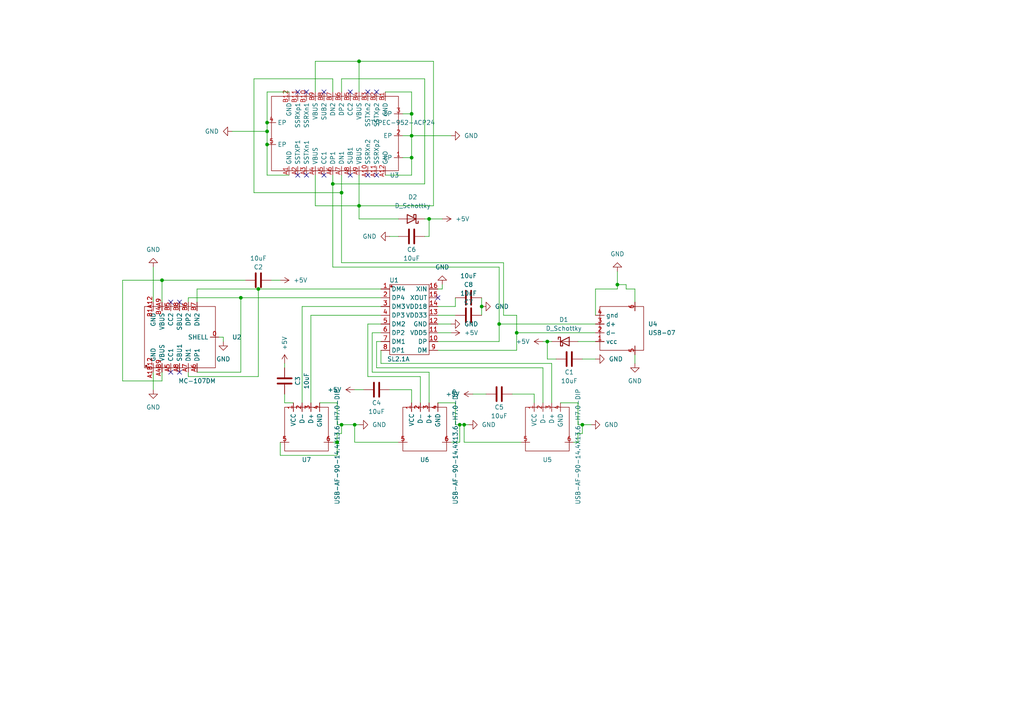
<source format=kicad_sch>
(kicad_sch (version 20230121) (generator eeschema)
  (paper "A4")
  (lib_symbols
    (symbol "Device:C" (pin_numbers hide) (pin_names (offset 0.254))
      (property "Reference" "C" (at 0.635 2.54 0))
      (property "Value" "C" (at 0.635 -2.54 0))
      (symbol "C_0_1"
        (polyline (pts (xy -2.032 -0.762) (xy 2.032 -0.762)) (stroke (width 0.508)))
        (polyline (pts (xy -2.032 0.762) (xy 2.032 0.762)) (stroke (width 0.508)))
      )
      (symbol "C_1_1"
        (pin passive line (at 0 3.81 270) (length 2.794) (name "~") (number "1"))
        (pin passive line (at 0 -3.81 90) (length 2.794) (name "~") (number "2"))
      )
    )
    (symbol "Device:D_Schottky" (pin_numbers hide) (pin_names (offset 1.016) hide)
      (property "Reference" "D" (at 0 2.54 0))
      (property "Value" "D_Schottky" (at 0 -2.54 0))
      (symbol "D_Schottky_0_1"
        (polyline (pts (xy 1.27 0) (xy -1.27 0)))
        (polyline (pts (xy 1.27 1.27) (xy 1.27 -1.27) (xy -1.27 0) (xy 1.27 1.27)) (stroke (width 0.254)))
        (polyline (pts (xy -1.905 0.635) (xy -1.905 1.27) (xy -1.27 1.27) (xy -1.27 -1.27) (xy -0.635 -1.27) (xy -0.635 -0.635)) (stroke (width 0.254)))
      )
      (symbol "D_Schottky_1_1"
        (pin passive line (at -3.81 0 0) (length 2.54) (name "K") (number "1"))
        (pin passive line (at 3.81 0 180) (length 2.54) (name "A") (number "2"))
      )
    )
    (symbol "power:+5V" (power) (pin_names (offset 0))
      (property "Value" "+5V" (at 0 3.556 0))
      (symbol "+5V_0_1"
        (polyline (pts (xy -0.762 1.27) (xy 0 2.54)))
        (polyline (pts (xy 0 0) (xy 0 2.54)))
        (polyline (pts (xy 0 2.54) (xy 0.762 1.27)))
      )
      (symbol "+5V_1_1"
        (pin power_in line (at 0 0 90) (length 0) hide (name "+5V") (number "1"))
      )
    )
    (symbol "power:GND" (power) (pin_names (offset 0))
      (property "Value" "GND" (at 0 -3.81 0))
      (symbol "GND_0_1"
        (polyline (pts (xy 0 0) (xy 0 -1.27) (xy 1.27 -1.27) (xy 0 -2.54) (xy -1.27 -1.27) (xy 0 -1.27)))
      )
      (symbol "GND_1_1"
        (pin power_in line (at 0 0 270) (length 0) hide (name "GND") (number "1"))
      )
    )
    (symbol "usbhub:MC-107DM"
      (property "Reference" "U" (at 0 0 0))
      (symbol "MC-107DM_0_1"
        (rectangle (start 1.27 16.51) (end 19.05 -4.064))
      )
      (symbol "MC-107DM_1_1"
        (circle (center 1.778 16.002) (radius 0.254) (fill (type outline)))
        (pin bidirectional line (at 10.16 -5.08 90) (length 2.54) (name "SHELL") (number "0"))
        (pin bidirectional line (at 0 13.97 0) (length 2.54) (name "GND") (number "A1B12"))
        (pin bidirectional line (at 0 11.43 0) (length 2.54) (name "VBUS") (number "A4B9"))
        (pin bidirectional line (at 0 8.89 0) (length 2.54) (name "CC1") (number "A5"))
        (pin bidirectional line (at 0 1.27 0) (length 2.54) (name "DP1") (number "A6"))
        (pin bidirectional line (at 0 3.81 0) (length 2.54) (name "DN1") (number "A7"))
        (pin bidirectional line (at 0 6.35 0) (length 2.54) (name "SBU1") (number "A8"))
        (pin bidirectional line (at 20.32 13.97 180) (length 2.54) (name "GND") (number "B1A12"))
        (pin bidirectional line (at 20.32 11.43 180) (length 2.54) (name "VBUS") (number "B4A9"))
        (pin bidirectional line (at 20.32 8.89 180) (length 2.54) (name "CC2") (number "B5"))
        (pin bidirectional line (at 20.32 3.81 180) (length 2.54) (name "DP2") (number "B6"))
        (pin bidirectional line (at 20.32 1.27 180) (length 2.54) (name "DN2") (number "B7"))
        (pin bidirectional line (at 20.32 6.35 180) (length 2.54) (name "SBU2") (number "B8"))
      )
    )
    (symbol "usbhub:SL2.1A"
      (property "Reference" "U" (at 0.762 17.526 0))
      (symbol "SL2.1A_0_1"
        (rectangle (start 0 16.51) (end 11.43 -3.81))
      )
      (symbol "SL2.1A_1_1"
        (circle (center 0.508 16.002) (radius 0.254) (fill (type outline)))
        (pin bidirectional line (at -2.54 15.24 0) (length 2.54) (name "DM4") (number "1"))
        (pin bidirectional line (at 13.97 0 180) (length 2.54) (name "DP") (number "10"))
        (pin input line (at 13.97 2.54 180) (length 2.54) (name "VDD5") (number "11"))
        (pin input line (at 13.97 5.08 180) (length 2.54) (name "GND") (number "12"))
        (pin input line (at 13.97 7.62 180) (length 2.54) (name "VDD33") (number "13"))
        (pin input line (at 13.97 10.16 180) (length 2.54) (name "VDD18") (number "14"))
        (pin bidirectional line (at 13.97 12.7 180) (length 2.54) (name "XOUT") (number "15"))
        (pin bidirectional line (at 13.97 15.24 180) (length 2.54) (name "XIN") (number "16"))
        (pin bidirectional line (at -2.54 12.7 0) (length 2.54) (name "DP4") (number "2"))
        (pin bidirectional line (at -2.54 10.16 0) (length 2.54) (name "DM3") (number "3"))
        (pin bidirectional line (at -2.54 7.62 0) (length 2.54) (name "DP3") (number "4"))
        (pin bidirectional line (at -2.54 5.08 0) (length 2.54) (name "DM2") (number "5"))
        (pin bidirectional line (at -2.54 2.54 0) (length 2.54) (name "DP2") (number "6"))
        (pin bidirectional line (at -2.54 0 0) (length 2.54) (name "DM1") (number "7"))
        (pin bidirectional line (at -2.54 -2.54 0) (length 2.54) (name "DP1") (number "8"))
        (pin bidirectional line (at 13.97 -2.54 180) (length 2.54) (name "DM") (number "9"))
      )
    )
    (symbol "usbhub:TYPEC-952-ACP24"
      (property "Reference" "U" (at 0 0 0))
      (symbol "TYPEC-952-ACP24_0_1"
        (rectangle (start 1.27 38.1) (end 22.86 1.27))
      )
      (symbol "TYPEC-952-ACP24_1_1"
        (pin bidirectional line (at 5.08 0 90) (length 2.54) (name "EP") (number "1"))
        (pin bidirectional line (at 11.43 0 90) (length 2.54) (name "EP") (number "2"))
        (pin bidirectional line (at 17.78 0 90) (length 2.54) (name "EP") (number "3"))
        (pin bidirectional line (at 15.24 39.37 270) (length 2.54) (name "EP") (number "4"))
        (pin bidirectional line (at 8.89 39.37 270) (length 2.54) (name "EP") (number "5"))
        (pin bidirectional line (at 0 33.02 0) (length 2.54) (name "GND") (number "A1"))
        (pin bidirectional line (at 0 10.16 0) (length 2.54) (name "SSRXn2") (number "A10"))
        (pin bidirectional line (at 0 7.62 0) (length 2.54) (name "SSRXp2") (number "A11"))
        (pin bidirectional line (at 0 5.08 0) (length 2.54) (name "GND") (number "A12"))
        (pin bidirectional line (at 0 30.48 0) (length 2.54) (name "SSTXP1") (number "A2"))
        (pin bidirectional line (at 0 27.94 0) (length 2.54) (name "SSTXn1") (number "A3"))
        (pin bidirectional line (at 0 25.4 0) (length 2.54) (name "VBUS") (number "A4"))
        (pin bidirectional line (at 0 22.86 0) (length 2.54) (name "CC1") (number "A5"))
        (pin bidirectional line (at 0 20.32 0) (length 2.54) (name "DP1") (number "A6"))
        (pin bidirectional line (at 0 17.78 0) (length 2.54) (name "DN1") (number "A7"))
        (pin bidirectional line (at 0 15.24 0) (length 2.54) (name "SUB1") (number "A8"))
        (pin bidirectional line (at 0 12.7 0) (length 2.54) (name "VBUS") (number "A9"))
        (pin bidirectional line (at 24.13 5.08 180) (length 2.54) (name "GND") (number "B1"))
        (pin bidirectional line (at 24.13 27.94 180) (length 2.54) (name "SSRXn1") (number "B10"))
        (pin bidirectional line (at 24.13 30.48 180) (length 2.54) (name "SSRXp1") (number "B11"))
        (pin bidirectional line (at 24.13 33.02 180) (length 2.54) (name "GND") (number "B12"))
        (pin bidirectional line (at 24.13 7.62 180) (length 2.54) (name "SSTXp2") (number "B2"))
        (pin bidirectional line (at 24.13 10.16 180) (length 2.54) (name "SSTXn2") (number "B3"))
        (pin bidirectional line (at 24.13 12.7 180) (length 2.54) (name "VBUS") (number "B4"))
        (pin bidirectional line (at 24.13 15.24 180) (length 2.54) (name "CC2") (number "B5"))
        (pin bidirectional line (at 24.13 17.78 180) (length 2.54) (name "DP2") (number "B6"))
        (pin bidirectional line (at 24.13 20.32 180) (length 2.54) (name "DN2") (number "B7"))
        (pin bidirectional line (at 24.13 22.86 180) (length 2.54) (name "SUB2") (number "B8"))
        (pin bidirectional line (at 24.13 25.4 180) (length 2.54) (name "VBUS") (number "B9"))
      )
    )
    (symbol "usbhub:USB-07"
      (property "Reference" "U" (at 0 0 0))
      (symbol "USB-07_0_1"
        (rectangle (start 11.43 15.24) (end -1.27 2.54))
      )
      (symbol "USB-07_1_1"
        (pin bidirectional line (at 12.7 12.7 180) (length 2.54) (name "vcc") (number "1"))
        (pin bidirectional line (at 12.7 10.16 180) (length 2.54) (name "d-") (number "2"))
        (pin bidirectional line (at 12.7 7.62 180) (length 2.54) (name "d+") (number "3"))
        (pin bidirectional line (at 12.7 5.08 180) (length 2.54) (name "gnd") (number "4"))
        (pin bidirectional line (at 1.27 16.51 270) (length 2.54) (name "") (number "5"))
        (pin bidirectional line (at 1.27 1.27 90) (length 2.54) (name "") (number "6"))
      )
    )
    (symbol "usbhub:USB-AF-90-14.4X13.6-H7.0-DIP"
      (property "Reference" "U" (at 0 0 0))
      (symbol "USB-AF-90-14.4X13.6-H7.0-DIP_0_1"
        (rectangle (start 11.43 15.24) (end -1.27 2.54))
      )
      (symbol "USB-AF-90-14.4X13.6-H7.0-DIP_1_1"
        (pin bidirectional line (at 12.7 12.7 180) (length 2.54) (name "VCC") (number "1"))
        (pin bidirectional line (at 12.7 10.16 180) (length 2.54) (name "D-") (number "2"))
        (pin bidirectional line (at 12.7 7.62 180) (length 2.54) (name "D+") (number "3"))
        (pin bidirectional line (at 12.7 5.08 180) (length 2.54) (name "GND") (number "4"))
        (pin bidirectional line (at 1.27 16.51 270) (length 2.54) (name "") (number "5"))
        (pin bidirectional line (at 1.27 1.27 90) (length 2.54) (name "") (number "6"))
      )
    )
  )
  (junction (at 119.38 39.37))
  (junction (at 97.79 128.27))
  (junction (at 74.93 83.82))
  (junction (at 77.47 41.91))
  (junction (at 133.35 123.19))
  (junction (at 104.14 59.69))
  (junction (at 124.46 63.5))
  (junction (at 134.62 123.19))
  (junction (at 46.99 81.28))
  (junction (at 139.7 88.9))
  (junction (at 119.38 33.02))
  (junction (at 104.14 17.78))
  (junction (at 99.06 123.19))
  (junction (at 119.38 45.72))
  (junction (at 102.87 123.19))
  (junction (at 77.47 38.1))
  (junction (at 179.07 82.55))
  (junction (at 99.06 55.88))
  (junction (at 96.52 53.34))
  (junction (at 158.75 99.06))
  (junction (at 149.86 96.52))
  (junction (at 168.91 123.19))
  (junction (at 144.78 93.98))
  (junction (at 69.85 86.36))
  (junction (at 77.47 35.56))
  (no_connect (at 52.07 87.63))
  (no_connect (at 109.22 50.8))
  (no_connect (at 101.6 26.67))
  (no_connect (at 93.98 50.8))
  (no_connect (at 106.68 50.8))
  (no_connect (at 52.07 107.95))
  (no_connect (at 93.98 26.67))
  (no_connect (at 49.53 87.63))
  (no_connect (at 49.53 107.95))
  (no_connect (at 101.6 50.8))
  (no_connect (at 106.68 26.67))
  (no_connect (at 86.36 50.8))
  (no_connect (at 88.9 50.8))
  (no_connect (at 109.22 26.67))
  (no_connect (at 127 86.36))
  (no_connect (at 88.9 26.67))
  (no_connect (at 86.36 26.67))
  (wire (pts (xy 99.06 125.73) (xy 99.06 123.19)))
  (wire (pts (xy 149.86 91.44) (xy 146.05 91.44)))
  (wire (pts (xy 127 83.82) (xy 128.27 83.82)))
  (wire (pts (xy 123.19 53.34) (xy 96.52 53.34)))
  (wire (pts (xy 92.71 116.84) (xy 97.79 116.84)))
  (wire (pts (xy 160.02 105.41) (xy 160.02 116.84)))
  (wire (pts (xy 91.44 59.69) (xy 104.14 59.69)))
  (wire (pts (xy 167.64 116.84) (xy 162.56 116.84)))
  (wire (pts (xy 127 96.52) (xy 130.81 96.52)))
  (wire (pts (xy 119.38 39.37) (xy 130.81 39.37)))
  (wire (pts (xy 111.76 26.67) (xy 119.38 26.67)))
  (wire (pts (xy 99.06 50.8) (xy 99.06 55.88)))
  (wire (pts (xy 97.79 128.27) (xy 97.79 125.73)))
  (wire (pts (xy 132.08 116.84) (xy 132.08 123.19)))
  (wire (pts (xy 167.64 125.73) (xy 167.64 128.27)))
  (wire (pts (xy 124.46 68.58) (xy 123.19 68.58)))
  (wire (pts (xy 167.64 123.19) (xy 168.91 123.19)))
  (wire (pts (xy 57.15 83.82) (xy 74.93 83.82)))
  (wire (pts (xy 110.49 93.98) (xy 106.68 93.98)))
  (wire (pts (xy 149.86 96.52) (xy 149.86 101.6)))
  (wire (pts (xy 181.61 83.82) (xy 184.15 83.82)))
  (wire (pts (xy 119.38 33.02) (xy 116.84 33.02)))
  (wire (pts (xy 167.64 128.27) (xy 166.37 128.27)))
  (wire (pts (xy 46.99 81.28) (xy 71.12 81.28)))
  (wire (pts (xy 167.64 125.73) (xy 168.91 125.73)))
  (wire (pts (xy 181.61 83.82) (xy 181.61 82.55)))
  (wire (pts (xy 91.44 50.8) (xy 91.44 59.69)))
  (wire (pts (xy 132.08 88.9) (xy 132.08 86.36)))
  (wire (pts (xy 119.38 39.37) (xy 119.38 45.72)))
  (wire (pts (xy 104.14 50.8) (xy 104.14 59.69)))
  (wire (pts (xy 96.52 53.34) (xy 96.52 77.47)))
  (wire (pts (xy 99.06 76.2) (xy 146.05 76.2)))
  (wire (pts (xy 123.19 22.86) (xy 123.19 53.34)))
  (wire (pts (xy 46.99 110.49) (xy 35.56 110.49)))
  (wire (pts (xy 83.82 50.8) (xy 77.47 50.8)))
  (wire (pts (xy 144.78 93.98) (xy 172.72 93.98)))
  (wire (pts (xy 99.06 123.19) (xy 102.87 123.19)))
  (wire (pts (xy 97.79 116.84) (xy 97.79 123.19)))
  (wire (pts (xy 124.46 63.5) (xy 124.46 68.58)))
  (wire (pts (xy 44.45 107.95) (xy 44.45 113.03)))
  (wire (pts (xy 97.79 132.08) (xy 97.79 128.27)))
  (wire (pts (xy 157.48 106.68) (xy 157.48 116.84)))
  (wire (pts (xy 96.52 22.86) (xy 73.66 22.86)))
  (wire (pts (xy 90.17 91.44) (xy 90.17 116.84)))
  (wire (pts (xy 81.28 81.28) (xy 78.74 81.28)))
  (wire (pts (xy 91.44 17.78) (xy 104.14 17.78)))
  (wire (pts (xy 115.57 128.27) (xy 102.87 128.27)))
  (wire (pts (xy 119.38 45.72) (xy 116.84 45.72)))
  (wire (pts (xy 157.48 99.06) (xy 158.75 99.06)))
  (wire (pts (xy 127 88.9) (xy 132.08 88.9)))
  (wire (pts (xy 81.28 128.27) (xy 81.28 132.08)))
  (wire (pts (xy 46.99 107.95) (xy 46.99 110.49)))
  (wire (pts (xy 104.14 17.78) (xy 104.14 26.67)))
  (wire (pts (xy 127 116.84) (xy 132.08 116.84)))
  (wire (pts (xy 158.75 99.06) (xy 160.02 99.06)))
  (wire (pts (xy 69.85 86.36) (xy 69.85 107.95)))
  (wire (pts (xy 149.86 101.6) (xy 127 101.6)))
  (wire (pts (xy 96.52 26.67) (xy 96.52 22.86)))
  (wire (pts (xy 134.62 128.27) (xy 134.62 123.19)))
  (wire (pts (xy 104.14 63.5) (xy 115.57 63.5)))
  (wire (pts (xy 149.86 96.52) (xy 172.72 96.52)))
  (wire (pts (xy 139.7 88.9) (xy 139.7 91.44)))
  (wire (pts (xy 144.78 99.06) (xy 144.78 93.98)))
  (wire (pts (xy 44.45 77.47) (xy 44.45 87.63)))
  (wire (pts (xy 64.77 97.79) (xy 64.77 99.06)))
  (wire (pts (xy 106.68 93.98) (xy 106.68 109.22)))
  (wire (pts (xy 116.84 39.37) (xy 119.38 39.37)))
  (wire (pts (xy 172.72 83.82) (xy 179.07 83.82)))
  (wire (pts (xy 154.94 114.3) (xy 148.59 114.3)))
  (wire (pts (xy 184.15 102.87) (xy 184.15 105.41)))
  (wire (pts (xy 54.61 86.36) (xy 54.61 87.63)))
  (wire (pts (xy 149.86 96.52) (xy 149.86 91.44)))
  (wire (pts (xy 109.22 99.06) (xy 109.22 106.68)))
  (wire (pts (xy 132.08 123.19) (xy 133.35 123.19)))
  (wire (pts (xy 167.64 99.06) (xy 172.72 99.06)))
  (wire (pts (xy 77.47 38.1) (xy 67.31 38.1)))
  (wire (pts (xy 110.49 96.52) (xy 107.95 96.52)))
  (wire (pts (xy 137.16 114.3) (xy 140.97 114.3)))
  (wire (pts (xy 63.5 97.79) (xy 64.77 97.79)))
  (wire (pts (xy 35.56 110.49) (xy 35.56 81.28)))
  (wire (pts (xy 74.93 83.82) (xy 110.49 83.82)))
  (wire (pts (xy 130.81 128.27) (xy 133.35 128.27)))
  (wire (pts (xy 104.14 17.78) (xy 125.73 17.78)))
  (wire (pts (xy 181.61 82.55) (xy 179.07 82.55)))
  (wire (pts (xy 57.15 83.82) (xy 57.15 87.63)))
  (wire (pts (xy 110.49 99.06) (xy 109.22 99.06)))
  (wire (pts (xy 96.52 128.27) (xy 97.79 128.27)))
  (wire (pts (xy 102.87 128.27) (xy 102.87 123.19)))
  (wire (pts (xy 179.07 78.74) (xy 179.07 82.55)))
  (wire (pts (xy 168.91 123.19) (xy 171.45 123.19)))
  (wire (pts (xy 110.49 91.44) (xy 90.17 91.44)))
  (wire (pts (xy 77.47 26.67) (xy 77.47 35.56)))
  (wire (pts (xy 133.35 128.27) (xy 133.35 123.19)))
  (wire (pts (xy 154.94 116.84) (xy 154.94 114.3)))
  (wire (pts (xy 97.79 123.19) (xy 99.06 123.19)))
  (wire (pts (xy 107.95 96.52) (xy 107.95 107.95)))
  (wire (pts (xy 123.19 63.5) (xy 124.46 63.5)))
  (wire (pts (xy 158.75 99.06) (xy 158.75 104.14)))
  (wire (pts (xy 74.93 109.22) (xy 54.61 109.22)))
  (wire (pts (xy 133.35 123.19) (xy 134.62 123.19)))
  (wire (pts (xy 96.52 50.8) (xy 96.52 53.34)))
  (wire (pts (xy 73.66 55.88) (xy 99.06 55.88)))
  (wire (pts (xy 96.52 77.47) (xy 144.78 77.47)))
  (wire (pts (xy 77.47 50.8) (xy 77.47 41.91)))
  (wire (pts (xy 77.47 35.56) (xy 77.47 38.1)))
  (wire (pts (xy 167.64 123.19) (xy 167.64 116.84)))
  (wire (pts (xy 119.38 26.67) (xy 119.38 33.02)))
  (wire (pts (xy 35.56 81.28) (xy 46.99 81.28)))
  (wire (pts (xy 73.66 22.86) (xy 73.66 55.88)))
  (wire (pts (xy 69.85 86.36) (xy 110.49 86.36)))
  (wire (pts (xy 168.91 104.14) (xy 172.72 104.14)))
  (wire (pts (xy 184.15 83.82) (xy 184.15 87.63)))
  (wire (pts (xy 74.93 83.82) (xy 74.93 109.22)))
  (wire (pts (xy 121.92 109.22) (xy 121.92 116.84)))
  (wire (pts (xy 124.46 63.5) (xy 128.27 63.5)))
  (wire (pts (xy 102.87 113.03) (xy 105.41 113.03)))
  (wire (pts (xy 99.06 26.67) (xy 99.06 22.86)))
  (wire (pts (xy 125.73 59.69) (xy 104.14 59.69)))
  (wire (pts (xy 97.79 125.73) (xy 99.06 125.73)))
  (wire (pts (xy 99.06 22.86) (xy 123.19 22.86)))
  (wire (pts (xy 124.46 107.95) (xy 124.46 116.84)))
  (wire (pts (xy 77.47 38.1) (xy 77.47 41.91)))
  (wire (pts (xy 54.61 109.22) (xy 54.61 107.95)))
  (wire (pts (xy 82.55 114.3) (xy 82.55 116.84)))
  (wire (pts (xy 139.7 86.36) (xy 139.7 88.9)))
  (wire (pts (xy 104.14 59.69) (xy 104.14 63.5)))
  (wire (pts (xy 107.95 107.95) (xy 124.46 107.95)))
  (wire (pts (xy 81.28 132.08) (xy 97.79 132.08)))
  (wire (pts (xy 119.38 113.03) (xy 113.03 113.03)))
  (wire (pts (xy 69.85 107.95) (xy 57.15 107.95)))
  (wire (pts (xy 127 91.44) (xy 132.08 91.44)))
  (wire (pts (xy 146.05 76.2) (xy 146.05 91.44)))
  (wire (pts (xy 151.13 128.27) (xy 134.62 128.27)))
  (wire (pts (xy 111.76 50.8) (xy 119.38 50.8)))
  (wire (pts (xy 168.91 125.73) (xy 168.91 123.19)))
  (wire (pts (xy 109.22 106.68) (xy 157.48 106.68)))
  (wire (pts (xy 87.63 88.9) (xy 87.63 116.84)))
  (wire (pts (xy 125.73 17.78) (xy 125.73 59.69)))
  (wire (pts (xy 119.38 33.02) (xy 119.38 39.37)))
  (wire (pts (xy 134.62 123.19) (xy 135.89 123.19)))
  (wire (pts (xy 119.38 50.8) (xy 119.38 45.72)))
  (wire (pts (xy 106.68 109.22) (xy 121.92 109.22)))
  (wire (pts (xy 82.55 116.84) (xy 85.09 116.84)))
  (wire (pts (xy 127 93.98) (xy 130.81 93.98)))
  (wire (pts (xy 113.03 68.58) (xy 115.57 68.58)))
  (wire (pts (xy 82.55 105.41) (xy 82.55 106.68)))
  (wire (pts (xy 110.49 101.6) (xy 110.49 105.41)))
  (wire (pts (xy 119.38 113.03) (xy 119.38 116.84)))
  (wire (pts (xy 172.72 91.44) (xy 172.72 83.82)))
  (wire (pts (xy 99.06 55.88) (xy 99.06 76.2)))
  (wire (pts (xy 83.82 26.67) (xy 77.47 26.67)))
  (wire (pts (xy 91.44 26.67) (xy 91.44 17.78)))
  (wire (pts (xy 104.14 123.19) (xy 102.87 123.19)))
  (wire (pts (xy 144.78 77.47) (xy 144.78 93.98)))
  (wire (pts (xy 54.61 86.36) (xy 69.85 86.36)))
  (wire (pts (xy 46.99 81.28) (xy 46.99 87.63)))
  (wire (pts (xy 144.78 99.06) (xy 127 99.06)))
  (wire (pts (xy 110.49 88.9) (xy 87.63 88.9)))
  (wire (pts (xy 110.49 105.41) (xy 160.02 105.41)))
  (wire (pts (xy 128.27 83.82) (xy 128.27 82.55)))
  (wire (pts (xy 179.07 82.55) (xy 179.07 83.82)))
  (wire (pts (xy 158.75 104.14) (xy 161.29 104.14)))
  (symbol (lib_id "Device:C") (at 144.78 114.3 270) (unit 1)
    (property "Reference" "C5" (at 144.78 118.11 90))
    (property "Value" "10uF" (at 144.78 120.65 90))
    (property "Footprint" "usbhub:C0603" (effects hide))
    (property "LCSC Part #" "C19702" (effects hide))
  )
  (symbol (lib_id "power:GND") (at 104.14 123.19 90) (unit 1)
    (property "Reference" "#PWR07" (effects hide))
    (property "Value" "GND" (at 107.95 123.19 90) (effects (justify right)))
  )
  (symbol (lib_id "Device:C") (at 109.22 113.03 270) (unit 1)
    (property "Reference" "C4" (at 109.22 116.84 90))
    (property "Value" "10uF" (at 109.22 119.38 90))
    (property "Footprint" "usbhub:C0603" (effects hide))
    (property "LCSC Part #" "C19702" (effects hide))
  )
  (symbol (lib_id "Device:C") (at 119.38 68.58 270) (unit 1)
    (property "Reference" "C6" (at 119.38 72.39 90))
    (property "Value" "10uF" (at 119.38 74.93 90))
    (property "Footprint" "usbhub:C0603" (effects hide))
    (property "LCSC Part #" "C19702" (effects hide))
  )
  (symbol (lib_id "power:+5V") (at 102.87 113.03 90) (unit 1)
    (property "Reference" "#PWR013" (effects hide))
    (property "Value" "+5V" (at 99.06 113.03 90) (effects (justify left)))
  )
  (symbol (lib_id "Device:C") (at 82.55 110.49 0) (unit 1)
    (property "Reference" "C3" (at 86.36 110.49 90))
    (property "Value" "10uF" (at 88.9 110.49 90))
    (property "Footprint" "usbhub:C0603" (effects hide))
    (property "LCSC Part #" "C19702" (effects hide))
  )
  (symbol (lib_id "power:GND") (at 128.27 82.55 180) (unit 1)
    (property "Reference" "#PWR018" (effects hide))
    (property "Value" "GND" (at 128.27 77.47 0))
  )
  (symbol (lib_id "power:GND") (at 130.81 93.98 90) (unit 1)
    (property "Reference" "#PWR04" (effects hide))
    (property "Value" "GND" (at 134.62 93.98 90) (effects (justify right)))
  )
  (symbol (lib_id "power:GND") (at 113.03 68.58 270) (unit 1)
    (property "Reference" "#PWR016" (effects hide))
    (property "Value" "GND" (at 109.22 68.58 90) (effects (justify right)))
  )
  (symbol (lib_id "Device:D_Schottky") (at 119.38 63.5 180) (unit 1)
    (property "Reference" "D2" (at 119.6975 57.15 0))
    (property "Value" "D_Schottky" (at 119.6975 59.69 0))
    (property "Footprint" "usbhub:SOD-323_L1.8-W1.3-LS2.5-RD" (effects hide))
    (property "LCSC Part #" "C48192" (effects hide))
  )
  (symbol (lib_id "usbhub:SL2.1A") (at 113.03 99.06 0) (unit 1)
    (property "Reference" "U1" (at 114.3 81.28 0))
    (property "Value" "SL2.1A" (at 115.57 104.14 0))
    (property "Footprint" "usbhub:SOP-16_L10.0-W3.9-P1.27-LS6.0-BL" (effects hide))
    (property "LCSC Part #" "C192893" (effects hide))
  )
  (symbol (lib_id "usbhub:MC-107DM") (at 58.42 107.95 90) (unit 1)
    (property "Reference" "U2" (at 67.31 97.79 90) (effects (justify right)))
    (property "Value" "MC-107DM" (at 57.15 110.49 90))
    (property "Footprint" "usbhub:USB-C-SMD_MC-107DM" (effects hide))
    (property "LCSC Part #" "C2874569" (effects hide))
  )
  (symbol (lib_id "usbhub:TYPEC-952-ACP24") (at 116.84 50.8 90) (unit 1)
    (property "Reference" "U3" (at 113.03 50.8 90) (effects (justify right)))
    (property "Value" "TYPEC-952-ACP24" (at 116.84 35.56 90))
    (property "Footprint" "usbhub:USB-C-SMD_TYPEC-952-ACP24" (effects hide))
    (property "LCSC Part #" "C2840398" (effects hide))
  )
  (symbol (lib_id "Device:D_Schottky") (at 163.83 99.06 0) (unit 1)
    (property "Reference" "D1" (at 163.5125 92.71 0))
    (property "Value" "D_Schottky" (at 163.5125 95.25 0))
    (property "Footprint" "usbhub:SOD-323_L1.8-W1.3-LS2.5-RD" (effects hide))
    (property "LCSC Part #" "C48192" (effects hide))
  )
  (symbol (lib_id "usbhub:USB-AF-90-14.4X13.6-H7.0-DIP") (at 132.08 129.54 90) (unit 1)
    (property "Reference" "U6" (at 123.19 133.35 90))
    (property "Value" "USB-AF-90-14.4X13.6-H7.0-DIP" (at 132.08 129.54 0))
    (property "Footprint" "usbhub:USB-A-TH_C46407" (effects hide))
    (property "LCSC Part #" "C46407" (effects hide))
  )
  (symbol (lib_id "power:GND") (at 179.07 78.74 180) (unit 1)
    (property "Reference" "#PWR01" (effects hide))
    (property "Value" "GND" (at 179.07 73.66 0))
  )
  (symbol (lib_id "Device:C") (at 165.1 104.14 270) (unit 1)
    (property "Reference" "C1" (at 165.1 107.95 90))
    (property "Value" "10uF" (at 165.1 110.49 90))
    (property "Footprint" "usbhub:C0603" (effects hide))
    (property "LCSC Part #" "C19702" (effects hide))
  )
  (symbol (lib_id "power:GND") (at 135.89 123.19 90) (unit 1)
    (property "Reference" "#PWR06" (effects hide))
    (property "Value" "GND" (at 139.7 123.19 90) (effects (justify right)))
  )
  (symbol (lib_id "power:+5V") (at 128.27 63.5 270) (unit 1)
    (property "Reference" "#PWR015" (effects hide))
    (property "Value" "+5V" (at 132.08 63.5 90) (effects (justify left)))
  )
  (symbol (lib_id "power:GND") (at 44.45 113.03 0) (unit 1)
    (property "Reference" "#PWR08" (effects hide))
    (property "Value" "GND" (at 44.45 118.11 0))
  )
  (symbol (lib_id "usbhub:USB-AF-90-14.4X13.6-H7.0-DIP") (at 97.79 129.54 90) (unit 1)
    (property "Reference" "U7" (at 88.9 133.35 90))
    (property "Value" "USB-AF-90-14.4X13.6-H7.0-DIP" (at 97.79 129.54 0))
    (property "Footprint" "usbhub:USB-A-TH_C46407" (effects hide))
    (property "LCSC Part #" "C46407" (effects hide))
  )
  (symbol (lib_id "power:+5V") (at 82.55 105.41 0) (unit 1)
    (property "Reference" "#PWR012" (effects hide))
    (property "Value" "+5V" (at 82.55 101.6 90) (effects (justify left)))
  )
  (symbol (lib_id "power:GND") (at 184.15 105.41 0) (unit 1)
    (property "Reference" "#PWR021" (effects hide))
    (property "Value" "GND" (at 184.15 110.49 0))
  )
  (symbol (lib_id "usbhub:USB-AF-90-14.4X13.6-H7.0-DIP") (at 167.64 129.54 90) (unit 1)
    (property "Reference" "U5" (at 158.75 133.35 90))
    (property "Value" "USB-AF-90-14.4X13.6-H7.0-DIP" (at 167.64 129.54 0))
    (property "Footprint" "usbhub:USB-A-TH_C46407" (effects hide))
    (property "LCSC Part #" "C46407" (effects hide))
  )
  (symbol (lib_id "power:GND") (at 171.45 123.19 90) (unit 1)
    (property "Reference" "#PWR05" (effects hide))
    (property "Value" "GND" (at 175.26 123.19 90) (effects (justify right)))
  )
  (symbol (lib_id "Device:C") (at 135.89 91.44 90) (unit 1)
    (property "Reference" "C7" (at 135.89 87.63 90))
    (property "Value" "10uF" (at 135.89 85.09 90))
    (property "Footprint" "usbhub:C0603" (effects hide))
    (property "LCSC Part #" "C19702" (effects hide))
  )
  (symbol (lib_id "power:GND") (at 139.7 88.9 90) (unit 1)
    (property "Reference" "#PWR017" (effects hide))
    (property "Value" "GND" (at 143.51 88.9 90) (effects (justify right)))
  )
  (symbol (lib_id "power:+5V") (at 137.16 114.3 90) (unit 1)
    (property "Reference" "#PWR014" (effects hide))
    (property "Value" "+5V" (at 133.35 114.3 90) (effects (justify left)))
  )
  (symbol (lib_id "power:+5V") (at 130.81 96.52 270) (unit 1)
    (property "Reference" "#PWR03" (effects hide))
    (property "Value" "+5V" (at 134.62 96.52 90) (effects (justify left)))
  )
  (symbol (lib_id "power:+5V") (at 81.28 81.28 270) (unit 1)
    (property "Reference" "#PWR011" (effects hide))
    (property "Value" "+5V" (at 85.09 81.28 90) (effects (justify left)))
  )
  (symbol (lib_id "power:GND") (at 67.31 38.1 270) (unit 1)
    (property "Reference" "#PWR09" (effects hide))
    (property "Value" "GND" (at 63.5 38.1 90) (effects (justify right)))
  )
  (symbol (lib_id "Device:C") (at 135.89 86.36 90) (unit 1)
    (property "Reference" "C8" (at 135.89 82.55 90))
    (property "Value" "10uF" (at 135.89 80.01 90))
    (property "Footprint" "usbhub:C0603" (effects hide))
    (property "LCSC Part #" "C19702" (effects hide))
  )
  (symbol (lib_id "power:GND") (at 64.77 99.06 0) (unit 1)
    (property "Reference" "#PWR020" (effects hide))
    (property "Value" "GND" (at 64.77 104.14 0))
  )
  (symbol (lib_id "power:GND") (at 172.72 104.14 90) (unit 1)
    (property "Reference" "#PWR010" (effects hide))
    (property "Value" "GND" (at 176.5781 104.14 90) (effects (justify right)))
  )
  (symbol (lib_id "power:GND") (at 44.45 77.47 180) (unit 1)
    (property "Reference" "#PWR019" (effects hide))
    (property "Value" "GND" (at 44.45 72.39 0))
  )
  (symbol (lib_id "power:GND") (at 130.81 39.37 90) (unit 1)
    (property "Reference" "#PWR022" (effects hide))
    (property "Value" "GND" (at 134.62 39.37 90) (effects (justify right)))
  )
  (symbol (lib_id "power:+5V") (at 157.48 99.06 90) (unit 1)
    (property "Reference" "#PWR02" (effects hide))
    (property "Value" "+5V" (at 153.67 99.06 90) (effects (justify left)))
  )
  (symbol (lib_id "Device:C") (at 74.93 81.28 90) (unit 1)
    (property "Reference" "C2" (at 74.93 77.47 90))
    (property "Value" "10uF" (at 74.93 74.93 90))
    (property "Footprint" "usbhub:C0603" (effects hide))
    (property "LCSC Part #" "C19702" (effects hide))
  )
  (symbol (lib_id "usbhub:USB-07") (at 185.42 86.36 180) (unit 1)
    (property "Reference" "U4" (at 187.96 93.98 0) (effects (justify right)))
    (property "Value" "USB-07" (at 187.96 96.52 0) (effects (justify right)))
    (property "Footprint" "usbhub:USB-A-SMD_USB-07" (effects hide))
    (property "LCSC Part #" "C183610" (effects hide))
  )
)
</source>
